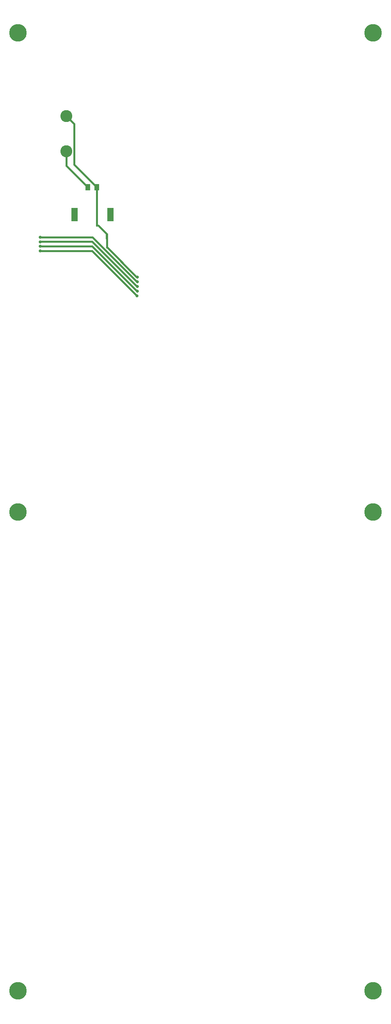
<source format=gbl>
%TF.GenerationSoftware,KiCad,Pcbnew,9.0.1*%
%TF.CreationDate,2025-04-06T17:44:16-07:00*%
%TF.ProjectId,Coil_Panel_XY,436f696c-5f50-4616-9e65-6c5f58592e6b,2.2*%
%TF.SameCoordinates,Original*%
%TF.FileFunction,Copper,L6,Bot*%
%TF.FilePolarity,Positive*%
%FSLAX46Y46*%
G04 Gerber Fmt 4.6, Leading zero omitted, Abs format (unit mm)*
G04 Created by KiCad (PCBNEW 9.0.1) date 2025-04-06 17:44:16*
%MOMM*%
%LPD*%
G01*
G04 APERTURE LIST*
%TA.AperFunction,EtchedComponent*%
%ADD10C,0.000000*%
%TD*%
%TA.AperFunction,ComponentPad*%
%ADD11C,2.600000*%
%TD*%
%TA.AperFunction,ConnectorPad*%
%ADD12C,3.800000*%
%TD*%
%TA.AperFunction,SMDPad,CuDef*%
%ADD13C,0.500000*%
%TD*%
%TA.AperFunction,SMDPad,CuDef*%
%ADD14R,1.100000X1.450000*%
%TD*%
%TA.AperFunction,SMDPad,CuDef*%
%ADD15R,1.350000X2.899999*%
%TD*%
%TA.AperFunction,ViaPad*%
%ADD16C,0.650000*%
%TD*%
%TA.AperFunction,Conductor*%
%ADD17C,0.450000*%
%TD*%
%TA.AperFunction,Conductor*%
%ADD18C,0.250000*%
%TD*%
G04 APERTURE END LIST*
D10*
%TA.AperFunction,EtchedComponent*%
%TO.C,NT1*%
G36*
X51812000Y-68612369D02*
G01*
X51312000Y-68612369D01*
X51312000Y-67612369D01*
X51812000Y-67612369D01*
X51812000Y-68612369D01*
G37*
%TD.AperFunction*%
%TD*%
D11*
%TO.P,H2,1,1*%
%TO.N,unconnected-(H2-Pad1)*%
X109250000Y-24000000D03*
D12*
%TO.N,unconnected-(H2-Pad1)_2*%
X109250000Y-24000000D03*
%TD*%
D11*
%TO.P,TP1,1,1*%
%TO.N,COIL_1*%
X42700000Y-41980000D03*
%TO.P,TP1,2,2*%
%TO.N,COIL_2*%
X42700000Y-49600000D03*
%TD*%
%TO.P,H3,1,1*%
%TO.N,unconnected-(H3-Pad1)_2*%
X109250000Y-127750000D03*
D12*
%TO.N,unconnected-(H3-Pad1)*%
X109250000Y-127750000D03*
%TD*%
D11*
%TO.P,H6,1,1*%
%TO.N,unconnected-(H6-Pad1)*%
X32250000Y-231500000D03*
D12*
%TO.N,unconnected-(H6-Pad1)_1*%
X32250000Y-231500000D03*
%TD*%
D11*
%TO.P,H5,1,1*%
%TO.N,unconnected-(H5-Pad1)_2*%
X32250000Y-127750000D03*
D12*
%TO.N,unconnected-(H5-Pad1)_1*%
X32250000Y-127750000D03*
%TD*%
D11*
%TO.P,H1,1,1*%
%TO.N,unconnected-(H1-Pad1)*%
X32250000Y-24000000D03*
D12*
%TO.N,unconnected-(H1-Pad1)_2*%
X32250000Y-24000000D03*
%TD*%
D11*
%TO.P,H4,1,1*%
%TO.N,unconnected-(H4-Pad1)*%
X109250000Y-231500000D03*
D12*
%TO.N,unconnected-(H4-Pad1)_2*%
X109250000Y-231500000D03*
%TD*%
D13*
%TO.P,NT1,1,1*%
%TO.N,COIL_2*%
X51562000Y-68612369D03*
%TO.P,NT1,2,2*%
%TO.N,COIL_1*%
X51562000Y-67612369D03*
%TD*%
D14*
%TO.P,J1,1,1*%
%TO.N,COIL_1*%
X49354000Y-57382370D03*
%TO.P,J1,2,2*%
%TO.N,COIL_2*%
X47353999Y-57382370D03*
D15*
%TO.P,J1,3,SHIELD1*%
%TO.N,unconnected-(J1-SHIELD1-Pad3)*%
X52248998Y-63357369D03*
%TO.P,J1,4,SHIELD2*%
%TO.N,unconnected-(J1-SHIELD2-Pad4)*%
X44459003Y-63357369D03*
%TD*%
D16*
%TO.N,COIL_2*%
X58102120Y-77898057D03*
X37052120Y-69262057D03*
X37052120Y-71196369D03*
X37052120Y-68246057D03*
X58102120Y-78914057D03*
X58102120Y-79930057D03*
X58079688Y-80946057D03*
X37052120Y-70180369D03*
X58102120Y-76882057D03*
%TD*%
D17*
%TO.N,COIL_1*%
X51562000Y-67612369D02*
X49690499Y-65740868D01*
X44454000Y-52482370D02*
X49354000Y-57382370D01*
X44454000Y-52145871D02*
X44454000Y-52482370D01*
X42704000Y-41954000D02*
X42704000Y-41976369D01*
X44454000Y-43726369D02*
X44454000Y-52145871D01*
X42704000Y-41976369D02*
X44454000Y-43726369D01*
X49354000Y-65740868D02*
X49354000Y-57382370D01*
%TO.N,COIL_2*%
X58102120Y-78914057D02*
X58079688Y-78914057D01*
X58079688Y-79930057D02*
X58102120Y-79930057D01*
X42700000Y-49600000D02*
X42704000Y-49604000D01*
X37149808Y-69164369D02*
X37052120Y-69262057D01*
X42704000Y-52732371D02*
X47353999Y-57382370D01*
X42704000Y-49604000D02*
X42704000Y-52395872D01*
X48330000Y-69164369D02*
X37149808Y-69164369D01*
X48330000Y-71196369D02*
X58079688Y-80946057D01*
X48330000Y-70180369D02*
X58079688Y-79930057D01*
D18*
X51572000Y-70492369D02*
X51562000Y-70482369D01*
D17*
X58102120Y-76882057D02*
X57961688Y-76882057D01*
X58079688Y-78914057D02*
X48330000Y-69164369D01*
X37052120Y-71196369D02*
X48330000Y-71196369D01*
X57961688Y-76882057D02*
X51572000Y-70492369D01*
X48427688Y-68246057D02*
X58079688Y-77898057D01*
X37052120Y-70180369D02*
X48330000Y-70180369D01*
X51562000Y-70482369D02*
X51562000Y-68612369D01*
X42704000Y-52395872D02*
X42704000Y-52732371D01*
X37052120Y-68246057D02*
X48427688Y-68246057D01*
X58079688Y-77898057D02*
X58102120Y-77898057D01*
%TD*%
M02*

</source>
